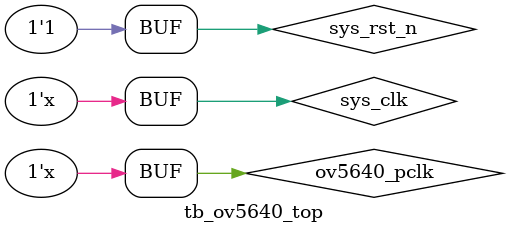
<source format=v>
`timescale 1ns/1ns  

module  tb_ov5640_top (); //请输入模块名称
parameter   H_VALID = 10'd640 , //行有效数据
            H_TOTAL = 10'd784 ; //行扫描周期
parameter   V_SYNC = 10'd4 , //场同步
            V_BACK = 10'd18 , //场时序后沿
            V_VALID = 10'd480 , //场有效数据
            V_FRONT = 10'd8 , //场时序前沿
            V_TOTAL = 10'd510 ; //场扫描周期

reg                                     sys_clk                    ;
reg                                     ov5640_pclk                ;
reg                                     sys_rst_n                  ;
reg                    [   7:0]         ov5640_data                ;
reg                    [  11:0]         cnt_h                      ;
reg                    [   9:0]         cnt_v                      ;

wire                                    ov5640_wr_en               ;
wire                   [  15:0]         ov5640_data_out            ;
wire                                    ov5640_href                ;
wire                                    ov5640_vsync               ;
wire cfg_down;
wire sccb_scl;
wire sccb_sda;
wire ov5640_rst_n;
initial                       //初始化相关参数
    begin
        sys_clk = 1'b1;
        ov5640_pclk = 1'b1;
        sys_rst_n <= 1'b0;
        #30
        sys_rst_n <= 1'b1;
    end
always #20 ov5640_pclk = ~ov5640_pclk;
always #20 sys_clk = ~sys_clk; //25M
always @(posedge sys_clk or negedge sys_rst_n) begin
    if(sys_rst_n == 1'b0)
    	cnt_h <= 1'b0;
    else if(cnt_h == H_TOTAL - 1'b1)
        cnt_h <= 1'b0;
    else 
        cnt_h <= cnt_h + 1'b1;
end
always @(posedge sys_clk or negedge sys_rst_n) begin
    if(sys_rst_n == 1'b0)
    	cnt_v <= 1'b0;
    else if(cnt_v == V_TOTAL - 1'b1)
        cnt_v <= 1'b0;
    else if(cnt_h == H_TOTAL - 1'b1)
        cnt_v = cnt_v + 1'b1;
end
assign ov5640_href = (cnt_h >= 1'b0 && (cnt_h < H_VALID ) && 
                    (cnt_v > V_SYNC + V_BACK)&& (cnt_v < V_BACK + V_SYNC + V_VALID)) ? 1'B1 : 1'B0;
assign ov5640_vsync = (cnt_v < V_SYNC) ? 1'b1 : 1'b0;

always @(posedge sys_clk or negedge sys_rst_n) begin
    if(sys_rst_n == 1'b0)
    	ov5640_data <= 1'b0;
    else if(ov5640_href == 1'b1) 
        ov5640_data <= ov5640_data + 1'b1;
    else
        ov5640_data <= ov5640_data;
    
end
//完成模块例化
ov5640_top u_ov5640_top(
    .sys_rst_n       (sys_rst_n       ),
    .sys_clk         (sys_clk         ),
    .ov5640_pclk     (ov5640_pclk     ),
    .ov5640_href     (ov5640_href     ),
    .ov5640_data     (ov5640_data     ),
    .sys_init_down   (ov5640_rst_n   ),
    .ov5640_vsync    (ov5640_vsync    ),
    .ov5640_wr_en    (ov5640_wr_en    ),
    .ov5640_data_out (ov5640_data_out ),
    .cfg_down        (cfg_down        ),
    .sccb_scl        (sccb_scl        ),
    .sccb_sda        (sccb_sda        )
);


endmodule
</source>
